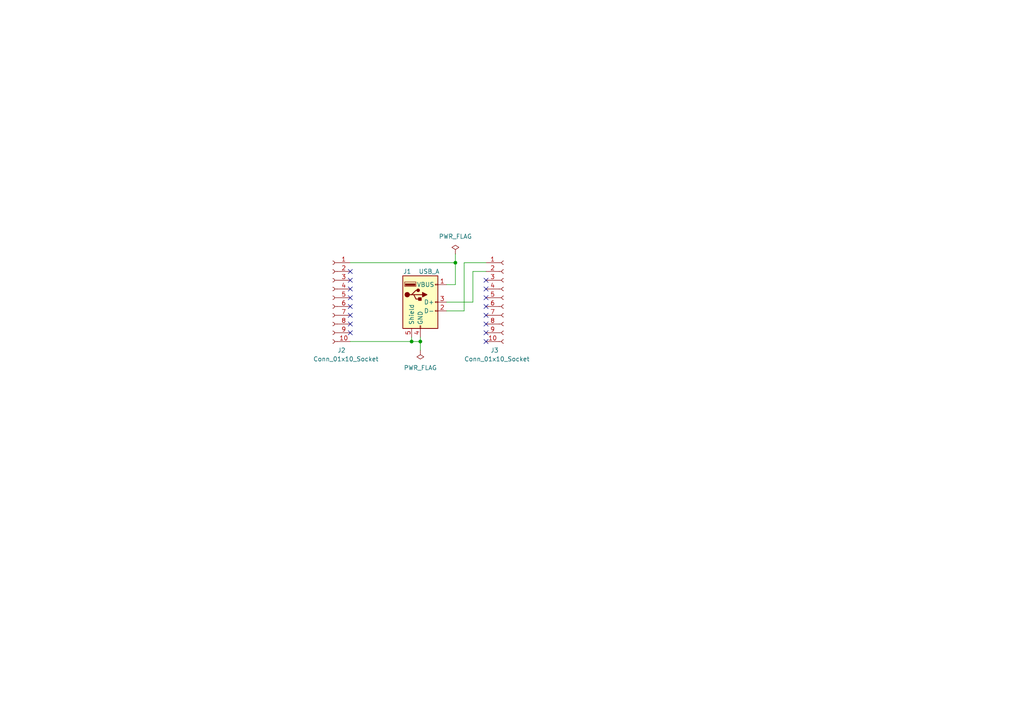
<source format=kicad_sch>
(kicad_sch (version 20230121) (generator eeschema)
  (paper "A4")
  (title_block (title "USB Interface for Bitcraze Crazyflie 2.0") (date "2023-09-22") (company "Jose Ignacio Granados Marín") (comment 1 "Desarrollo de un vehículo aéreo no tripulado modular de bajo costo") (comment 2 "Trabajo Final de Graduación") (comment 3 "Área Académica de Ingeniería en Computadores") (comment 4 "Instituto Tecnológico de Costa Rica"))
  (lib_symbols
    (symbol "Connector:Conn_01x10_Socket" (pin_names (offset 1.016) hide)
      (property "Reference" "J" (at 0 12.7 0))
      (property "Value" "Conn_01x10_Socket" (at 0 -15.24 0))
      (symbol "Conn_01x10_Socket_1_1"
        (arc (start 0 -12.192) (mid -0.5058 -12.7) (end 0 -13.208) (stroke (width 0.1524)))
        (arc (start 0 -9.652) (mid -0.5058 -10.16) (end 0 -10.668) (stroke (width 0.1524)))
        (arc (start 0 -7.112) (mid -0.5058 -7.62) (end 0 -8.128) (stroke (width 0.1524)))
        (arc (start 0 -4.572) (mid -0.5058 -5.08) (end 0 -5.588) (stroke (width 0.1524)))
        (arc (start 0 -2.032) (mid -0.5058 -2.54) (end 0 -3.048) (stroke (width 0.1524)))
        (polyline (pts (xy -1.27 -12.7) (xy -0.508 -12.7)) (stroke (width 0.1524)))
        (polyline (pts (xy -1.27 -10.16) (xy -0.508 -10.16)) (stroke (width 0.1524)))
        (polyline (pts (xy -1.27 -7.62) (xy -0.508 -7.62)) (stroke (width 0.1524)))
        (polyline (pts (xy -1.27 -5.08) (xy -0.508 -5.08)) (stroke (width 0.1524)))
        (polyline (pts (xy -1.27 -2.54) (xy -0.508 -2.54)) (stroke (width 0.1524)))
        (polyline (pts (xy -1.27 0) (xy -0.508 0)) (stroke (width 0.1524)))
        (polyline (pts (xy -1.27 2.54) (xy -0.508 2.54)) (stroke (width 0.1524)))
        (polyline (pts (xy -1.27 5.08) (xy -0.508 5.08)) (stroke (width 0.1524)))
        (polyline (pts (xy -1.27 7.62) (xy -0.508 7.62)) (stroke (width 0.1524)))
        (polyline (pts (xy -1.27 10.16) (xy -0.508 10.16)) (stroke (width 0.1524)))
        (arc (start 0 0.508) (mid -0.5058 0) (end 0 -0.508) (stroke (width 0.1524)))
        (arc (start 0 3.048) (mid -0.5058 2.54) (end 0 2.032) (stroke (width 0.1524)))
        (arc (start 0 5.588) (mid -0.5058 5.08) (end 0 4.572) (stroke (width 0.1524)))
        (arc (start 0 8.128) (mid -0.5058 7.62) (end 0 7.112) (stroke (width 0.1524)))
        (arc (start 0 10.668) (mid -0.5058 10.16) (end 0 9.652) (stroke (width 0.1524)))
        (pin passive line (at -5.08 10.16 0) (length 3.81) (name "Pin_1") (number "1"))
        (pin passive line (at -5.08 -12.7 0) (length 3.81) (name "Pin_10") (number "10"))
        (pin passive line (at -5.08 7.62 0) (length 3.81) (name "Pin_2") (number "2"))
        (pin passive line (at -5.08 5.08 0) (length 3.81) (name "Pin_3") (number "3"))
        (pin passive line (at -5.08 2.54 0) (length 3.81) (name "Pin_4") (number "4"))
        (pin passive line (at -5.08 0 0) (length 3.81) (name "Pin_5") (number "5"))
        (pin passive line (at -5.08 -2.54 0) (length 3.81) (name "Pin_6") (number "6"))
        (pin passive line (at -5.08 -5.08 0) (length 3.81) (name "Pin_7") (number "7"))
        (pin passive line (at -5.08 -7.62 0) (length 3.81) (name "Pin_8") (number "8"))
        (pin passive line (at -5.08 -10.16 0) (length 3.81) (name "Pin_9") (number "9"))
      )
    )
    (symbol "Connector:USB_A" (pin_names (offset 1.016))
      (property "Reference" "J" (at -5.08 11.43 0))
      (property "Value" "USB_A" (at -5.08 8.89 0))
      (symbol "USB_A_0_1"
        (rectangle (start -5.08 -7.62) (end 5.08 7.62) (stroke (width 0.254)) (fill (type background)))
        (circle (center -3.81 2.159) (radius 0.635) (stroke (width 0.254)) (fill (type outline)))
        (rectangle (start -1.524 4.826) (end -4.318 5.334) (fill (type outline)))
        (rectangle (start -1.27 4.572) (end -4.572 5.842))
        (circle (center -0.635 3.429) (radius 0.381) (stroke (width 0.254)) (fill (type outline)))
        (rectangle (start -0.127 -7.62) (end 0.127 -6.858))
        (polyline (pts (xy -3.175 2.159) (xy -2.54 2.159) (xy -1.27 3.429) (xy -0.635 3.429)) (stroke (width 0.254)))
        (polyline (pts (xy -2.54 2.159) (xy -1.905 2.159) (xy -1.27 0.889) (xy 0 0.889)) (stroke (width 0.254)))
        (polyline (pts (xy 0.635 2.794) (xy 0.635 1.524) (xy 1.905 2.159) (xy 0.635 2.794)) (stroke (width 0.254)) (fill (type outline)))
        (rectangle (start 0.254 1.27) (end -0.508 0.508) (stroke (width 0.254)) (fill (type outline)))
        (rectangle (start 5.08 -2.667) (end 4.318 -2.413))
        (rectangle (start 5.08 -0.127) (end 4.318 0.127))
        (rectangle (start 5.08 4.953) (end 4.318 5.207))
      )
      (symbol "USB_A_1_1"
        (polyline (pts (xy -1.905 2.159) (xy 0.635 2.159)) (stroke (width 0.254)))
        (pin power_in line (at 7.62 5.08 180) (length 2.54) (name "VBUS") (number "1"))
        (pin bidirectional line (at 7.62 -2.54 180) (length 2.54) (name "D-") (number "2"))
        (pin bidirectional line (at 7.62 0 180) (length 2.54) (name "D+") (number "3"))
        (pin power_in line (at 0 -10.16 90) (length 2.54) (name "GND") (number "4"))
        (pin passive line (at -2.54 -10.16 90) (length 2.54) (name "Shield") (number "5"))
      )
    )
    (symbol "power:PWR_FLAG" (power) (pin_numbers hide) (pin_names (offset 0) hide)
      (property "Value" "PWR_FLAG" (at 0 3.81 0))
      (symbol "PWR_FLAG_0_0"
        (pin power_out line (at 0 0 90) (length 0) (name "pwr") (number "1"))
      )
      (symbol "PWR_FLAG_0_1"
        (polyline (pts (xy 0 0) (xy 0 1.27) (xy -1.016 1.905) (xy 0 2.54) (xy 1.016 1.905) (xy 0 1.27)))
      )
    )
  )
  (junction (at 121.92 99.06))
  (junction (at 119.38 99.06))
  (junction (at 132.08 76.2))
  (no_connect (at 140.97 86.36))
  (no_connect (at 101.6 86.36))
  (no_connect (at 101.6 91.44))
  (no_connect (at 140.97 88.9))
  (no_connect (at 101.6 81.28))
  (no_connect (at 101.6 88.9))
  (no_connect (at 101.6 93.98))
  (no_connect (at 101.6 83.82))
  (no_connect (at 101.6 96.52))
  (no_connect (at 140.97 93.98))
  (no_connect (at 140.97 81.28))
  (no_connect (at 140.97 83.82))
  (no_connect (at 101.6 78.74))
  (no_connect (at 140.97 96.52))
  (no_connect (at 140.97 91.44))
  (no_connect (at 140.97 99.06))
  (wire (pts (xy 129.54 87.63) (xy 137.16 87.63)))
  (wire (pts (xy 137.16 87.63) (xy 137.16 78.74)))
  (wire (pts (xy 119.38 97.79) (xy 119.38 99.06)))
  (wire (pts (xy 121.92 97.79) (xy 121.92 99.06)))
  (wire (pts (xy 119.38 99.06) (xy 101.6 99.06)))
  (wire (pts (xy 137.16 78.74) (xy 140.97 78.74)))
  (wire (pts (xy 134.62 76.2) (xy 140.97 76.2)))
  (wire (pts (xy 121.92 101.6) (xy 121.92 99.06)))
  (wire (pts (xy 132.08 73.66) (xy 132.08 76.2)))
  (wire (pts (xy 121.92 99.06) (xy 119.38 99.06)))
  (wire (pts (xy 132.08 82.55) (xy 129.54 82.55)))
  (wire (pts (xy 132.08 82.55) (xy 132.08 76.2)))
  (wire (pts (xy 132.08 76.2) (xy 101.6 76.2)))
  (wire (pts (xy 134.62 90.17) (xy 134.62 76.2)))
  (wire (pts (xy 129.54 90.17) (xy 134.62 90.17)))
  (symbol (lib_id "Connector:USB_A") (at 121.92 87.63 0) (unit 1)
    (property "Reference" "J1" (at 118.11 78.74 0))
    (property "Value" "USB_A" (at 124.46 78.74 0))
    (property "Footprint" "Connector_USB:USB_A_Stewart_SS-52100-001_Horizontal" (effects hide))
    (property "Datasheet" " ~" (effects hide))
  )
  (symbol (lib_id "power:PWR_FLAG") (at 132.08 73.66 0) (unit 1)
    (property "Reference" "#FLG02" (effects hide))
    (property "Value" "PWR_FLAG" (at 132.08 68.58 0))
  )
  (symbol (lib_id "power:PWR_FLAG") (at 121.92 101.6 180) (unit 1)
    (property "Reference" "#FLG01" (effects hide))
    (property "Value" "PWR_FLAG" (at 121.92 106.68 0))
  )
  (symbol (lib_id "Connector:Conn_01x10_Socket") (at 146.05 86.36 0) (unit 1)
    (property "Reference" "J3" (at 142.24 101.6 0) (effects (justify left)))
    (property "Value" "Conn_01x10_Socket" (at 134.62 104.14 0) (effects (justify left)))
    (property "Footprint" "Connector_PinSocket_2.00mm:PinSocket_1x10_P2.00mm_Vertical" (effects hide))
  )
  (symbol (lib_id "Connector:Conn_01x10_Socket") (at 96.52 86.36 0) (mirror y) (unit 1)
    (property "Reference" "J2" (at 99.06 101.6 0))
    (property "Value" "Conn_01x10_Socket" (at 100.33 104.14 0))
    (property "Footprint" "Connector_PinSocket_2.00mm:PinSocket_1x10_P2.00mm_Vertical" (effects hide))
  )
)
</source>
